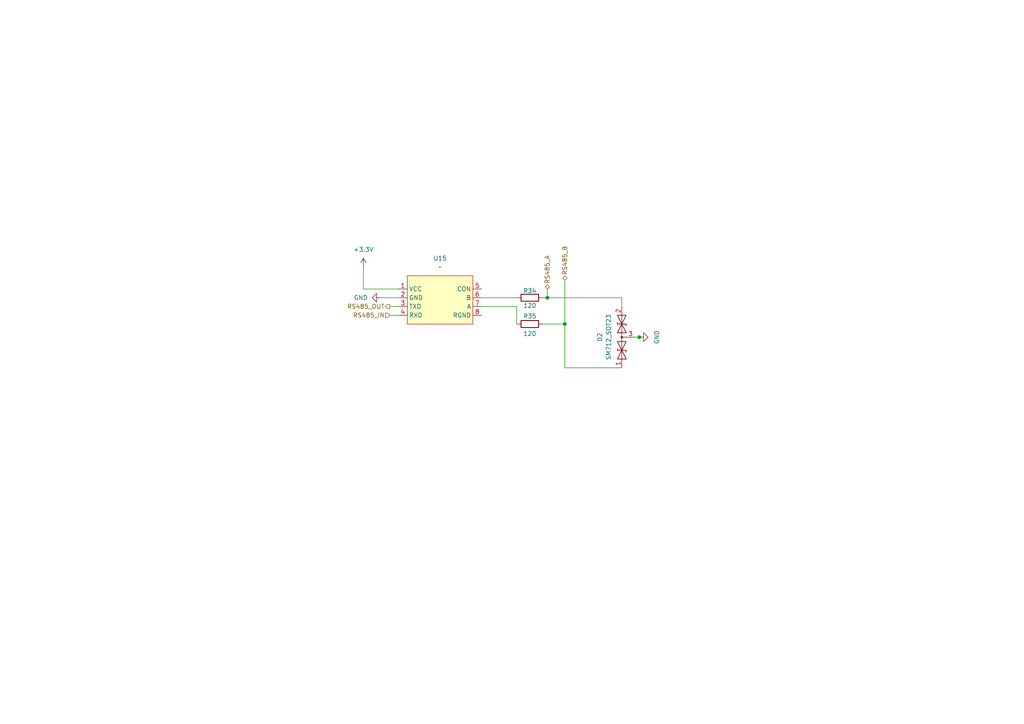
<source format=kicad_sch>
(kicad_sch (version 20250114) (generator "eeschema") (generator_version "9.0")
  (paper "A4")
  (lib_symbols
    (symbol "Device:R" (pin_numbers (hide yes)) (pin_names (offset 0))
      (property "Reference" "R" (at 2.032 0 90))
      (property "Value" "R" (at 0 0 90))
      (symbol "R_0_1"
        (rectangle (start -1.016 -2.54) (end 1.016 2.54) (stroke (width 0.254)))
      )
      (symbol "R_1_1"
        (pin passive line (at 0 3.81 270) (length 1.27) (name "~") (number "1"))
        (pin passive line (at 0 -3.81 90) (length 1.27) (name "~") (number "2"))
      )
    )
    (symbol "Diode:SM712_SOT23" (pin_names (offset 1.016) (hide yes))
      (property "Reference" "D" (at 0 4.445 0))
      (property "Value" "SM712_SOT23" (at 0 2.54 0))
      (symbol "SM712_SOT23_0_0"
        (polyline (pts (xy 0 -1.27) (xy 0 0)))
      )
      (symbol "SM712_SOT23_0_1"
        (polyline (pts (xy -6.35 0) (xy 6.35 0)))
        (polyline (pts (xy -6.35 -1.27) (xy -1.27 1.27) (xy -1.27 -1.27) (xy -6.35 1.27) (xy -6.35 -1.27)) (stroke (width 0.2032)))
        (polyline (pts (xy -3.302 1.27) (xy -3.81 1.27) (xy -3.81 -1.27) (xy -4.318 -1.27)) (stroke (width 0.2032)))
        (circle (center 0 0) (radius 0.254) (fill (type outline)))
        (polyline (pts (xy 1.27 -1.27) (xy 1.27 1.27) (xy 6.35 -1.27) (xy 6.35 1.27) (xy 1.27 -1.27)) (stroke (width 0.2032)))
        (polyline (pts (xy 4.318 1.27) (xy 3.81 1.27) (xy 3.81 -1.27) (xy 3.302 -1.27)) (stroke (width 0.2032)))
      )
      (symbol "SM712_SOT23_1_1"
        (pin passive line (at -8.89 0 0) (length 2.54) (name "A1") (number "1"))
        (pin input line (at 0 -3.81 90) (length 2.54) (name "common") (number "3"))
        (pin passive line (at 8.89 0 180) (length 2.54) (name "A2") (number "2"))
      )
    )
    (symbol "Proyecto_componente:RSM3485ECHT"
      (property "Reference" "U" (at 0 -7.62 0))
      (symbol "RSM3485ECHT_1_1"
        (rectangle (start -10.16 7.62) (end 8.89 -6.35) (stroke (width 0) (color 194 0 0 1)) (fill (type color) (color 255 255 194 1)))
        (pin input line (at -12.7 3.81 0) (length 2.54) (name "VCC") (number "1"))
        (pin input line (at -12.7 1.27 0) (length 2.54) (name "GND") (number "2"))
        (pin input line (at -12.7 -1.27 0) (length 2.54) (name "TXD") (number "3"))
        (pin input line (at -12.7 -3.81 0) (length 2.54) (name "RXD") (number "4"))
        (pin input line (at 11.43 3.81 180) (length 2.54) (name "CON") (number "5"))
        (pin input line (at 11.43 1.27 180) (length 2.54) (name "B") (number "6"))
        (pin input line (at 11.43 -1.27 180) (length 2.54) (name "A") (number "7"))
        (pin input line (at 11.43 -3.81 180) (length 2.54) (name "RGND") (number "8"))
      )
    )
    (symbol "power:+3.3V" (power) (pin_numbers (hide yes)) (pin_names (offset 0) (hide yes))
      (property "Value" "+3.3V" (at 0 3.556 0))
      (symbol "+3.3V_0_1"
        (polyline (pts (xy -0.762 1.27) (xy 0 2.54)))
        (polyline (pts (xy 0 2.54) (xy 0.762 1.27)))
        (polyline (pts (xy 0 0) (xy 0 2.54)))
      )
      (symbol "+3.3V_1_1"
        (pin power_in line (at 0 0 90) (length 0) (name "~") (number "1"))
      )
    )
    (symbol "power:GND" (power) (pin_numbers (hide yes)) (pin_names (offset 0) (hide yes))
      (property "Value" "GND" (at 0 -3.81 0))
      (symbol "GND_0_1"
        (polyline (pts (xy 0 0) (xy 0 -1.27) (xy 1.27 -1.27) (xy 0 -2.54) (xy -1.27 -1.27) (xy 0 -1.27)))
      )
      (symbol "GND_1_1"
        (pin power_in line (at 0 0 270) (length 0) (name "~") (number "1"))
      )
    )
  )
  (junction (at 158.75 86.36))
  (junction (at 185.42 97.79))
  (junction (at 163.83 93.98))
  (wire (pts (xy 163.83 93.98) (xy 163.83 106.68)))
  (wire (pts (xy 180.34 106.68) (xy 163.83 106.68)))
  (wire (pts (xy 139.7 86.36) (xy 149.86 86.36)))
  (wire (pts (xy 158.75 86.36) (xy 157.48 86.36)))
  (wire (pts (xy 184.15 97.79) (xy 185.42 97.79)))
  (wire (pts (xy 105.41 77.47) (xy 105.41 83.82)))
  (wire (pts (xy 180.34 88.9) (xy 180.34 86.36)))
  (wire (pts (xy 157.48 93.98) (xy 163.83 93.98)))
  (wire (pts (xy 163.83 81.28) (xy 163.83 93.98)))
  (wire (pts (xy 113.03 91.44) (xy 115.57 91.44)))
  (wire (pts (xy 113.03 88.9) (xy 115.57 88.9)))
  (wire (pts (xy 180.34 86.36) (xy 158.75 86.36)))
  (wire (pts (xy 110.49 86.36) (xy 115.57 86.36)))
  (wire (pts (xy 139.7 88.9) (xy 149.86 88.9)))
  (wire (pts (xy 158.75 83.82) (xy 158.75 86.36)))
  (wire (pts (xy 105.41 83.82) (xy 115.57 83.82)))
  (wire (pts (xy 186.69 97.79) (xy 185.42 97.79)))
  (wire (pts (xy 149.86 88.9) (xy 149.86 93.98)))
  (hierarchical_label "RS485_A" (shape bidirectional) (at 158.75 83.82 90))
  (hierarchical_label "RS485_OUT" (shape output) (at 113.03 88.9 180))
  (hierarchical_label "RS485_IN" (shape input) (at 113.03 91.44 180))
  (hierarchical_label "RS485_B" (shape bidirectional) (at 163.83 81.28 90))
  (symbol (lib_id "power:GND") (at 110.49 86.36 270) (unit 1)
    (property "Reference" "#PWR033" (effects (hide yes)))
    (property "Value" "GND" (at 106.68 86.3599 90) (effects (justify right)))
    (property "Description" "Power symbol creates a global label with name \"GND\" , ground" (effects (hide yes)))
  )
  (symbol (lib_id "Proyecto_componente:RSM3485ECHT") (at 128.27 87.63 0) (unit 1)
    (property "Reference" "U15" (at 127.635 74.93 0))
    (property "Value" "~" (at 127.635 77.47 0))
    (property "Footprint" "Proyecto_componente:RSM3485ECHT" (effects (hide yes)))
  )
  (symbol (lib_id "power:GND") (at 185.42 97.79 90) (unit 1)
    (property "Reference" "#PWR034" (effects (hide yes)))
    (property "Value" "GND" (at 190.5 97.79 0))
    (property "Description" "Power symbol creates a global label with name \"GND\" , ground" (effects (hide yes)))
  )
  (symbol (lib_id "Device:R") (at 153.67 93.98 90) (unit 1)
    (property "Reference" "R35" (at 153.67 91.694 90))
    (property "Value" "120" (at 153.67 96.774 90))
    (property "Footprint" "Resistor_SMD:R_0201_0603Metric" (effects (hide yes)))
    (property "Description" "Resistor" (effects (hide yes)))
  )
  (symbol (lib_id "Diode:SM712_SOT23") (at 180.34 97.79 90) (unit 1)
    (property "Reference" "D2" (at 173.99 97.79 0))
    (property "Value" "SM712_SOT23" (at 176.53 97.79 0))
    (property "Footprint" "Package_TO_SOT_SMD:SOT-23" (effects (hide yes)))
    (property "Datasheet" "https://www.littelfuse.com/~/media/electronics/datasheets/tvs_diode_arrays/littelfuse_tvs_diode_array_sm712_datasheet.pdf.pdf" (effects (hide yes)))
    (property "Description" "7V/12V, 600W Asymmetrical TVS Diode Array, SOT-23" (effects (hide yes)))
  )
  (symbol (lib_id "Device:R") (at 153.67 86.36 90) (unit 1)
    (property "Reference" "R34" (at 153.67 84.328 90))
    (property "Value" "120" (at 153.67 88.646 90))
    (property "Footprint" "Resistor_SMD:R_0201_0603Metric" (effects (hide yes)))
    (property "Description" "Resistor" (effects (hide yes)))
  )
  (symbol (lib_id "power:+3.3V") (at 105.41 77.47 0) (unit 1)
    (property "Reference" "#PWR030" (effects (hide yes)))
    (property "Value" "+3.3V" (at 105.41 72.39 0))
    (property "Description" "Power symbol creates a global label with name \"+3.3V\"" (effects (hide yes)))
  )
)
</source>
